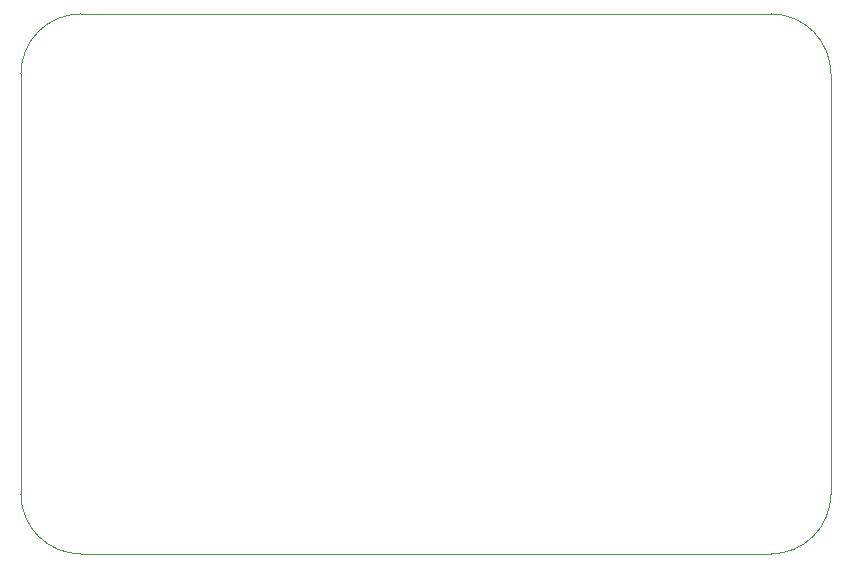
<source format=gm1>
G04 #@! TF.GenerationSoftware,KiCad,Pcbnew,7.0.10*
G04 #@! TF.CreationDate,2024-01-28T20:04:37-07:00*
G04 #@! TF.ProjectId,CANBUS Breakout Board,43414e42-5553-4204-9272-65616b6f7574,rev?*
G04 #@! TF.SameCoordinates,Original*
G04 #@! TF.FileFunction,Profile,NP*
%FSLAX46Y46*%
G04 Gerber Fmt 4.6, Leading zero omitted, Abs format (unit mm)*
G04 Created by KiCad (PCBNEW 7.0.10) date 2024-01-28 20:04:37*
%MOMM*%
%LPD*%
G01*
G04 APERTURE LIST*
G04 #@! TA.AperFunction,Profile*
%ADD10C,0.100000*%
G04 #@! TD*
G04 APERTURE END LIST*
D10*
X124460000Y-55880000D02*
G75*
G03*
X119380000Y-60960000I0J-5080000D01*
G01*
X182880000Y-101600000D02*
G75*
G03*
X187960000Y-96520000I0J5080000D01*
G01*
X124460000Y-55880000D02*
X182880000Y-55880000D01*
X187960000Y-60960000D02*
G75*
G03*
X182880000Y-55880000I-5080000J0D01*
G01*
X119380000Y-60960000D02*
X119380000Y-96520000D01*
X119380000Y-96520000D02*
G75*
G03*
X124460000Y-101600000I5080000J0D01*
G01*
X187960000Y-60960000D02*
X187960000Y-96520000D01*
X124460000Y-101600000D02*
X182880000Y-101600000D01*
M02*

</source>
